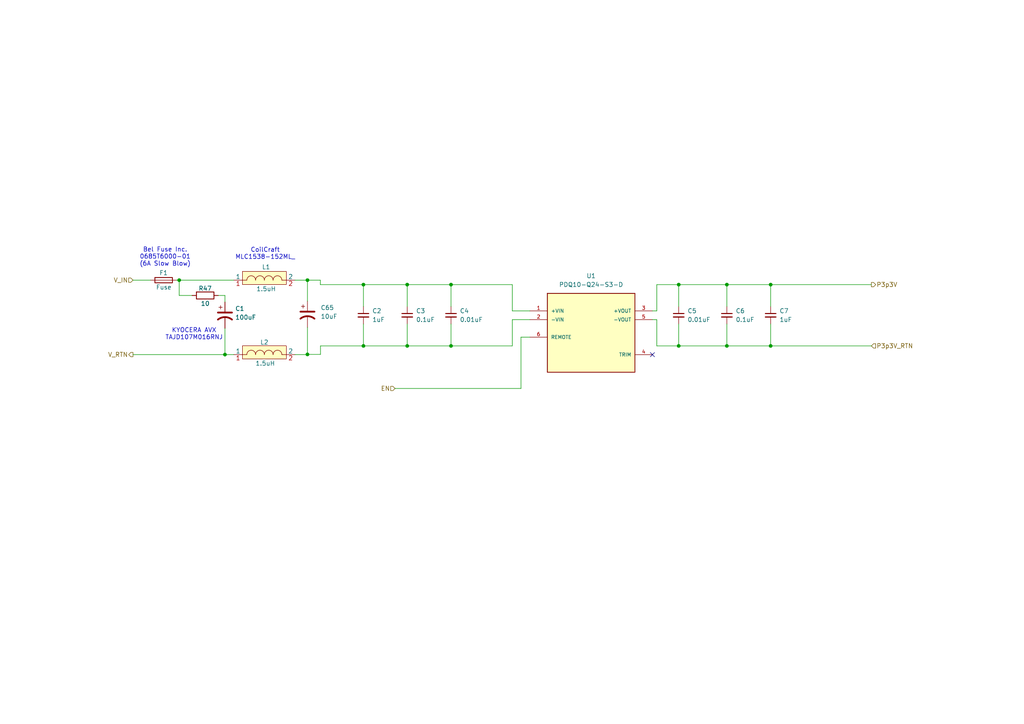
<source format=kicad_sch>
(kicad_sch
	(version 20250114)
	(generator "eeschema")
	(generator_version "9.0")
	(uuid "6bd2c34a-076b-423d-ba57-8a8ac1dfeb4e")
	(paper "A4")
	(lib_symbols
		(symbol "CUI:PDQ10-Q24-S3-D"
			(pin_names
				(offset 1.016)
			)
			(exclude_from_sim no)
			(in_bom yes)
			(on_board yes)
			(property "Reference" "U"
				(at -12.725 10.1799 0)
				(effects
					(font
						(size 1.27 1.27)
					)
					(justify left bottom)
				)
			)
			(property "Value" "PDQ10-Q24-S3-D"
				(at -12.7248 -15.2698 0)
				(effects
					(font
						(size 1.27 1.27)
					)
					(justify left bottom)
				)
			)
			(property "Footprint" "PDQ10-Q24-S3-D:CONV_PDQ10-Q24-S3-D"
				(at 0 0 0)
				(effects
					(font
						(size 1.27 1.27)
					)
					(justify bottom)
					(hide yes)
				)
			)
			(property "Datasheet" ""
				(at 0 0 0)
				(effects
					(font
						(size 1.27 1.27)
					)
					(hide yes)
				)
			)
			(property "Description" ""
				(at 0 0 0)
				(effects
					(font
						(size 1.27 1.27)
					)
					(hide yes)
				)
			)
			(property "MF" "CUI Inc."
				(at 0 0 0)
				(effects
					(font
						(size 1.27 1.27)
					)
					(justify bottom)
					(hide yes)
				)
			)
			(property "Description_1" "10 W, 4:1 Input Range, Single/Dual Regulated Output, 1500 Vdc Isolation, Dc-Dc Converter"
				(at 0 0 0)
				(effects
					(font
						(size 1.27 1.27)
					)
					(justify bottom)
					(hide yes)
				)
			)
			(property "Package" "DIP-6 CUI"
				(at 0 0 0)
				(effects
					(font
						(size 1.27 1.27)
					)
					(justify bottom)
					(hide yes)
				)
			)
			(property "Price" "None"
				(at 0 0 0)
				(effects
					(font
						(size 1.27 1.27)
					)
					(justify bottom)
					(hide yes)
				)
			)
			(property "Check_prices" "https://www.snapeda.com/parts/PDQ10-Q24-S3-D/CUI/view-part/?ref=eda"
				(at 0 0 0)
				(effects
					(font
						(size 1.27 1.27)
					)
					(justify bottom)
					(hide yes)
				)
			)
			(property "STANDARD" "Manufacturer Recommendations"
				(at 0 0 0)
				(effects
					(font
						(size 1.27 1.27)
					)
					(justify bottom)
					(hide yes)
				)
			)
			(property "PARTREV" "1.0"
				(at 0 0 0)
				(effects
					(font
						(size 1.27 1.27)
					)
					(justify bottom)
					(hide yes)
				)
			)
			(property "SnapEDA_Link" "https://www.snapeda.com/parts/PDQ10-Q24-S3-D/CUI/view-part/?ref=snap"
				(at 0 0 0)
				(effects
					(font
						(size 1.27 1.27)
					)
					(justify bottom)
					(hide yes)
				)
			)
			(property "MP" "PDQ10-Q24-S3-D"
				(at 0 0 0)
				(effects
					(font
						(size 1.27 1.27)
					)
					(justify bottom)
					(hide yes)
				)
			)
			(property "CUI_purchase_URL" "https://www.cui.com/product/dc-dc-converters/isolated/pdq10-d-series?utm_source=snapeda.com&utm_medium=referral&utm_campaign=snapedaBOM"
				(at 0 0 0)
				(effects
					(font
						(size 1.27 1.27)
					)
					(justify bottom)
					(hide yes)
				)
			)
			(property "Availability" "In Stock"
				(at 0 0 0)
				(effects
					(font
						(size 1.27 1.27)
					)
					(justify bottom)
					(hide yes)
				)
			)
			(property "MANUFACTURER" "CUI Inc"
				(at 0 0 0)
				(effects
					(font
						(size 1.27 1.27)
					)
					(justify bottom)
					(hide yes)
				)
			)
			(symbol "PDQ10-Q24-S3-D_0_0"
				(rectangle
					(start -12.7 -12.7)
					(end 12.7 10.16)
					(stroke
						(width 0.254)
						(type default)
					)
					(fill
						(type background)
					)
				)
				(pin input line
					(at -17.78 5.08 0)
					(length 5.08)
					(name "+VIN"
						(effects
							(font
								(size 1.016 1.016)
							)
						)
					)
					(number "1"
						(effects
							(font
								(size 1.016 1.016)
							)
						)
					)
				)
				(pin input line
					(at -17.78 2.54 0)
					(length 5.08)
					(name "-VIN"
						(effects
							(font
								(size 1.016 1.016)
							)
						)
					)
					(number "2"
						(effects
							(font
								(size 1.016 1.016)
							)
						)
					)
				)
				(pin input line
					(at -17.78 -2.54 0)
					(length 5.08)
					(name "REMOTE"
						(effects
							(font
								(size 1.016 1.016)
							)
						)
					)
					(number "6"
						(effects
							(font
								(size 1.016 1.016)
							)
						)
					)
				)
				(pin output line
					(at 17.78 5.08 180)
					(length 5.08)
					(name "+VOUT"
						(effects
							(font
								(size 1.016 1.016)
							)
						)
					)
					(number "3"
						(effects
							(font
								(size 1.016 1.016)
							)
						)
					)
				)
				(pin output line
					(at 17.78 2.54 180)
					(length 5.08)
					(name "-VOUT"
						(effects
							(font
								(size 1.016 1.016)
							)
						)
					)
					(number "5"
						(effects
							(font
								(size 1.016 1.016)
							)
						)
					)
				)
				(pin passive line
					(at 17.78 -7.62 180)
					(length 5.08)
					(name "TRIM"
						(effects
							(font
								(size 1.016 1.016)
							)
						)
					)
					(number "4"
						(effects
							(font
								(size 1.016 1.016)
							)
						)
					)
				)
			)
			(embedded_fonts no)
		)
		(symbol "CoilCraft:MLC7542"
			(pin_names
				(offset 0)
			)
			(exclude_from_sim no)
			(in_bom yes)
			(on_board yes)
			(property "Reference" "L"
				(at 5.334 3.81 0)
				(effects
					(font
						(size 1.27 1.27)
					)
				)
			)
			(property "Value" ""
				(at 6.35 3.302 0)
				(effects
					(font
						(size 1.27 1.27)
					)
				)
			)
			(property "Footprint" ""
				(at 6.35 3.302 0)
				(effects
					(font
						(size 1.27 1.27)
					)
					(hide yes)
				)
			)
			(property "Datasheet" ""
				(at 6.35 3.302 0)
				(effects
					(font
						(size 1.27 1.27)
					)
					(hide yes)
				)
			)
			(property "Description" ""
				(at 6.35 3.302 0)
				(effects
					(font
						(size 1.27 1.27)
					)
					(hide yes)
				)
			)
			(symbol "MLC7542_0_1"
				(arc
					(start 1.27 0)
					(mid 1.642 0.898)
					(end 2.54 1.27)
					(stroke
						(width 0)
						(type default)
					)
					(fill
						(type none)
					)
				)
				(arc
					(start 2.54 1.27)
					(mid 3.438 0.898)
					(end 3.81 0)
					(stroke
						(width 0)
						(type default)
					)
					(fill
						(type none)
					)
				)
				(arc
					(start 3.81 0)
					(mid 4.182 0.898)
					(end 5.08 1.27)
					(stroke
						(width 0)
						(type default)
					)
					(fill
						(type none)
					)
				)
				(arc
					(start 5.08 1.27)
					(mid 5.978 0.898)
					(end 6.35 0)
					(stroke
						(width 0)
						(type default)
					)
					(fill
						(type none)
					)
				)
				(arc
					(start 6.35 0)
					(mid 6.722 0.898)
					(end 7.62 1.27)
					(stroke
						(width 0)
						(type default)
					)
					(fill
						(type none)
					)
				)
				(arc
					(start 7.62 1.27)
					(mid 8.518 0.898)
					(end 8.89 0)
					(stroke
						(width 0)
						(type default)
					)
					(fill
						(type none)
					)
				)
				(arc
					(start 8.89 0)
					(mid 9.262 0.898)
					(end 10.16 1.27)
					(stroke
						(width 0)
						(type default)
					)
					(fill
						(type none)
					)
				)
				(arc
					(start 10.16 1.27)
					(mid 11.058 0.898)
					(end 11.43 0)
					(stroke
						(width 0)
						(type default)
					)
					(fill
						(type none)
					)
				)
			)
			(symbol "MLC7542_1_1"
				(rectangle
					(start 0 2.54)
					(end 12.7 -1.27)
					(stroke
						(width 0)
						(type default)
					)
					(fill
						(type background)
					)
				)
				(polyline
					(pts
						(xy 1.27 0) (xy 0 0)
					)
					(stroke
						(width 0)
						(type default)
					)
					(fill
						(type none)
					)
				)
				(polyline
					(pts
						(xy 11.43 0) (xy 12.7 0)
					)
					(stroke
						(width 0)
						(type default)
					)
					(fill
						(type none)
					)
				)
				(pin bidirectional line
					(at -2.54 0 0)
					(length 2.54)
					(name "1"
						(effects
							(font
								(size 1.27 1.27)
							)
						)
					)
					(number "1"
						(effects
							(font
								(size 1.27 1.27)
							)
						)
					)
				)
				(pin bidirectional line
					(at 15.24 0 180)
					(length 2.54)
					(name "2"
						(effects
							(font
								(size 1.27 1.27)
							)
						)
					)
					(number "2"
						(effects
							(font
								(size 1.27 1.27)
							)
						)
					)
				)
			)
			(embedded_fonts no)
		)
		(symbol "Device:C_Polarized_US"
			(pin_numbers
				(hide yes)
			)
			(pin_names
				(offset 0.254)
				(hide yes)
			)
			(exclude_from_sim no)
			(in_bom yes)
			(on_board yes)
			(property "Reference" "C"
				(at 0.635 2.54 0)
				(effects
					(font
						(size 1.27 1.27)
					)
					(justify left)
				)
			)
			(property "Value" "C_Polarized_US"
				(at 0.635 -2.54 0)
				(effects
					(font
						(size 1.27 1.27)
					)
					(justify left)
				)
			)
			(property "Footprint" ""
				(at 0 0 0)
				(effects
					(font
						(size 1.27 1.27)
					)
					(hide yes)
				)
			)
			(property "Datasheet" "~"
				(at 0 0 0)
				(effects
					(font
						(size 1.27 1.27)
					)
					(hide yes)
				)
			)
			(property "Description" "Polarized capacitor, US symbol"
				(at 0 0 0)
				(effects
					(font
						(size 1.27 1.27)
					)
					(hide yes)
				)
			)
			(property "ki_keywords" "cap capacitor"
				(at 0 0 0)
				(effects
					(font
						(size 1.27 1.27)
					)
					(hide yes)
				)
			)
			(property "ki_fp_filters" "CP_*"
				(at 0 0 0)
				(effects
					(font
						(size 1.27 1.27)
					)
					(hide yes)
				)
			)
			(symbol "C_Polarized_US_0_1"
				(polyline
					(pts
						(xy -2.032 0.762) (xy 2.032 0.762)
					)
					(stroke
						(width 0.508)
						(type default)
					)
					(fill
						(type none)
					)
				)
				(polyline
					(pts
						(xy -1.778 2.286) (xy -0.762 2.286)
					)
					(stroke
						(width 0)
						(type default)
					)
					(fill
						(type none)
					)
				)
				(polyline
					(pts
						(xy -1.27 1.778) (xy -1.27 2.794)
					)
					(stroke
						(width 0)
						(type default)
					)
					(fill
						(type none)
					)
				)
				(arc
					(start -2.032 -1.27)
					(mid 0 -0.5572)
					(end 2.032 -1.27)
					(stroke
						(width 0.508)
						(type default)
					)
					(fill
						(type none)
					)
				)
			)
			(symbol "C_Polarized_US_1_1"
				(pin passive line
					(at 0 3.81 270)
					(length 2.794)
					(name "~"
						(effects
							(font
								(size 1.27 1.27)
							)
						)
					)
					(number "1"
						(effects
							(font
								(size 1.27 1.27)
							)
						)
					)
				)
				(pin passive line
					(at 0 -3.81 90)
					(length 3.302)
					(name "~"
						(effects
							(font
								(size 1.27 1.27)
							)
						)
					)
					(number "2"
						(effects
							(font
								(size 1.27 1.27)
							)
						)
					)
				)
			)
			(embedded_fonts no)
		)
		(symbol "Device:C_Small"
			(pin_numbers
				(hide yes)
			)
			(pin_names
				(offset 0.254)
				(hide yes)
			)
			(exclude_from_sim no)
			(in_bom yes)
			(on_board yes)
			(property "Reference" "C"
				(at 0.254 1.778 0)
				(effects
					(font
						(size 1.27 1.27)
					)
					(justify left)
				)
			)
			(property "Value" "C_Small"
				(at 0.254 -2.032 0)
				(effects
					(font
						(size 1.27 1.27)
					)
					(justify left)
				)
			)
			(property "Footprint" ""
				(at 0 0 0)
				(effects
					(font
						(size 1.27 1.27)
					)
					(hide yes)
				)
			)
			(property "Datasheet" "~"
				(at 0 0 0)
				(effects
					(font
						(size 1.27 1.27)
					)
					(hide yes)
				)
			)
			(property "Description" "Unpolarized capacitor, small symbol"
				(at 0 0 0)
				(effects
					(font
						(size 1.27 1.27)
					)
					(hide yes)
				)
			)
			(property "ki_keywords" "capacitor cap"
				(at 0 0 0)
				(effects
					(font
						(size 1.27 1.27)
					)
					(hide yes)
				)
			)
			(property "ki_fp_filters" "C_*"
				(at 0 0 0)
				(effects
					(font
						(size 1.27 1.27)
					)
					(hide yes)
				)
			)
			(symbol "C_Small_0_1"
				(polyline
					(pts
						(xy -1.524 0.508) (xy 1.524 0.508)
					)
					(stroke
						(width 0.3048)
						(type default)
					)
					(fill
						(type none)
					)
				)
				(polyline
					(pts
						(xy -1.524 -0.508) (xy 1.524 -0.508)
					)
					(stroke
						(width 0.3302)
						(type default)
					)
					(fill
						(type none)
					)
				)
			)
			(symbol "C_Small_1_1"
				(pin passive line
					(at 0 2.54 270)
					(length 2.032)
					(name "~"
						(effects
							(font
								(size 1.27 1.27)
							)
						)
					)
					(number "1"
						(effects
							(font
								(size 1.27 1.27)
							)
						)
					)
				)
				(pin passive line
					(at 0 -2.54 90)
					(length 2.032)
					(name "~"
						(effects
							(font
								(size 1.27 1.27)
							)
						)
					)
					(number "2"
						(effects
							(font
								(size 1.27 1.27)
							)
						)
					)
				)
			)
			(embedded_fonts no)
		)
		(symbol "Device:Fuse"
			(pin_numbers
				(hide yes)
			)
			(pin_names
				(offset 0)
			)
			(exclude_from_sim no)
			(in_bom yes)
			(on_board yes)
			(property "Reference" "F"
				(at 2.032 0 90)
				(effects
					(font
						(size 1.27 1.27)
					)
				)
			)
			(property "Value" "Fuse"
				(at -1.905 0 90)
				(effects
					(font
						(size 1.27 1.27)
					)
				)
			)
			(property "Footprint" ""
				(at -1.778 0 90)
				(effects
					(font
						(size 1.27 1.27)
					)
					(hide yes)
				)
			)
			(property "Datasheet" "~"
				(at 0 0 0)
				(effects
					(font
						(size 1.27 1.27)
					)
					(hide yes)
				)
			)
			(property "Description" "Fuse"
				(at 0 0 0)
				(effects
					(font
						(size 1.27 1.27)
					)
					(hide yes)
				)
			)
			(property "ki_keywords" "fuse"
				(at 0 0 0)
				(effects
					(font
						(size 1.27 1.27)
					)
					(hide yes)
				)
			)
			(property "ki_fp_filters" "*Fuse*"
				(at 0 0 0)
				(effects
					(font
						(size 1.27 1.27)
					)
					(hide yes)
				)
			)
			(symbol "Fuse_0_1"
				(rectangle
					(start -0.762 -2.54)
					(end 0.762 2.54)
					(stroke
						(width 0.254)
						(type default)
					)
					(fill
						(type none)
					)
				)
				(polyline
					(pts
						(xy 0 2.54) (xy 0 -2.54)
					)
					(stroke
						(width 0)
						(type default)
					)
					(fill
						(type none)
					)
				)
			)
			(symbol "Fuse_1_1"
				(pin passive line
					(at 0 3.81 270)
					(length 1.27)
					(name "~"
						(effects
							(font
								(size 1.27 1.27)
							)
						)
					)
					(number "1"
						(effects
							(font
								(size 1.27 1.27)
							)
						)
					)
				)
				(pin passive line
					(at 0 -3.81 90)
					(length 1.27)
					(name "~"
						(effects
							(font
								(size 1.27 1.27)
							)
						)
					)
					(number "2"
						(effects
							(font
								(size 1.27 1.27)
							)
						)
					)
				)
			)
			(embedded_fonts no)
		)
		(symbol "Device:R"
			(pin_numbers
				(hide yes)
			)
			(pin_names
				(offset 0)
			)
			(exclude_from_sim no)
			(in_bom yes)
			(on_board yes)
			(property "Reference" "R"
				(at 2.032 0 90)
				(effects
					(font
						(size 1.27 1.27)
					)
				)
			)
			(property "Value" "R"
				(at 0 0 90)
				(effects
					(font
						(size 1.27 1.27)
					)
				)
			)
			(property "Footprint" ""
				(at -1.778 0 90)
				(effects
					(font
						(size 1.27 1.27)
					)
					(hide yes)
				)
			)
			(property "Datasheet" "~"
				(at 0 0 0)
				(effects
					(font
						(size 1.27 1.27)
					)
					(hide yes)
				)
			)
			(property "Description" "Resistor"
				(at 0 0 0)
				(effects
					(font
						(size 1.27 1.27)
					)
					(hide yes)
				)
			)
			(property "ki_keywords" "R res resistor"
				(at 0 0 0)
				(effects
					(font
						(size 1.27 1.27)
					)
					(hide yes)
				)
			)
			(property "ki_fp_filters" "R_*"
				(at 0 0 0)
				(effects
					(font
						(size 1.27 1.27)
					)
					(hide yes)
				)
			)
			(symbol "R_0_1"
				(rectangle
					(start -1.016 -2.54)
					(end 1.016 2.54)
					(stroke
						(width 0.254)
						(type default)
					)
					(fill
						(type none)
					)
				)
			)
			(symbol "R_1_1"
				(pin passive line
					(at 0 3.81 270)
					(length 1.27)
					(name "~"
						(effects
							(font
								(size 1.27 1.27)
							)
						)
					)
					(number "1"
						(effects
							(font
								(size 1.27 1.27)
							)
						)
					)
				)
				(pin passive line
					(at 0 -3.81 90)
					(length 1.27)
					(name "~"
						(effects
							(font
								(size 1.27 1.27)
							)
						)
					)
					(number "2"
						(effects
							(font
								(size 1.27 1.27)
							)
						)
					)
				)
			)
			(embedded_fonts no)
		)
	)
	(text "KYOCERA AVX\nTAJD107M016RNJ"
		(exclude_from_sim no)
		(at 56.298 96.9531 0)
		(effects
			(font
				(size 1.27 1.27)
			)
		)
		(uuid "79160eeb-2a65-40ec-b506-d49be88c5293")
	)
	(text "Bel Fuse Inc.\n0685T6000-01\n(6A Slow Blow)"
		(exclude_from_sim no)
		(at 47.9072 74.5777 0)
		(effects
			(font
				(size 1.27 1.27)
			)
		)
		(uuid "9668388f-957c-4d03-b848-671d2bd71a1c")
	)
	(text "CoilCraft\nMLC1538-152ML_"
		(exclude_from_sim no)
		(at 76.929 73.6361 0)
		(effects
			(font
				(size 1.27 1.27)
			)
		)
		(uuid "c7a1956a-77c1-4f61-9e3f-4faa54b9efa2")
	)
	(junction
		(at 89.1728 102.7952)
		(diameter 0)
		(color 0 0 0 0)
		(uuid "0ca82482-b8b3-4dbe-9a2a-5ebc7785cddb")
	)
	(junction
		(at 118.11 82.55)
		(diameter 0)
		(color 0 0 0 0)
		(uuid "0d7bb474-e192-430e-a169-dc7a52a5c926")
	)
	(junction
		(at 196.85 100.33)
		(diameter 0)
		(color 0 0 0 0)
		(uuid "1103542b-5bf1-40a9-8fe1-1fa4f6a321de")
	)
	(junction
		(at 130.81 100.33)
		(diameter 0)
		(color 0 0 0 0)
		(uuid "1526ee6c-4f17-44be-a374-4585b6c289cc")
	)
	(junction
		(at 223.52 82.55)
		(diameter 0)
		(color 0 0 0 0)
		(uuid "34e30729-b89d-4742-a57a-ef6021f78d48")
	)
	(junction
		(at 51.9753 81.2561)
		(diameter 0)
		(color 0 0 0 0)
		(uuid "3887237e-3f9a-4f7a-93f9-6fbd23278e07")
	)
	(junction
		(at 210.82 100.33)
		(diameter 0)
		(color 0 0 0 0)
		(uuid "3f610169-bcdf-49f9-a9c4-8198d574f52a")
	)
	(junction
		(at 105.41 100.33)
		(diameter 0)
		(color 0 0 0 0)
		(uuid "5c2e01ff-1e83-4290-9530-061e87c6abec")
	)
	(junction
		(at 196.85 82.55)
		(diameter 0)
		(color 0 0 0 0)
		(uuid "601c3658-70c9-4e26-8d02-ece9238a6166")
	)
	(junction
		(at 65.245 102.8461)
		(diameter 0)
		(color 0 0 0 0)
		(uuid "65f8f4e9-a89c-4e72-91b6-a6fd53c0e486")
	)
	(junction
		(at 89.1728 81.2561)
		(diameter 0)
		(color 0 0 0 0)
		(uuid "69595aef-7444-43ee-b08e-bf96242cae01")
	)
	(junction
		(at 210.82 82.55)
		(diameter 0)
		(color 0 0 0 0)
		(uuid "8659681b-589b-4537-8541-b2900eeeaa34")
	)
	(junction
		(at 223.52 100.33)
		(diameter 0)
		(color 0 0 0 0)
		(uuid "8d60b59b-7945-4ccc-a920-147608bf90d8")
	)
	(junction
		(at 105.41 82.55)
		(diameter 0)
		(color 0 0 0 0)
		(uuid "9882dfcc-4dab-4e03-a4d8-992b4fa9cf36")
	)
	(junction
		(at 118.11 100.33)
		(diameter 0)
		(color 0 0 0 0)
		(uuid "ce876ddf-e9d5-4e2f-8f11-856144138d1f")
	)
	(junction
		(at 130.81 82.55)
		(diameter 0)
		(color 0 0 0 0)
		(uuid "d2536f87-3c9b-4577-a178-8d2b42b45eca")
	)
	(no_connect
		(at 189.23 102.87)
		(uuid "71996fee-6a62-4d01-8069-77b4c2a85eef")
	)
	(wire
		(pts
			(xy 51.9753 85.6953) (xy 51.9753 81.2561)
		)
		(stroke
			(width 0)
			(type default)
		)
		(uuid "01a509c3-7212-45c8-9da5-25e674caa4c8")
	)
	(wire
		(pts
			(xy 65.245 102.8461) (xy 67.785 102.8461)
		)
		(stroke
			(width 0)
			(type default)
		)
		(uuid "03540f3b-2ca1-4664-8dfe-cbe79d515fbb")
	)
	(wire
		(pts
			(xy 118.11 82.55) (xy 130.81 82.55)
		)
		(stroke
			(width 0)
			(type default)
		)
		(uuid "0723753f-186c-49ac-8e7a-632fe60dedc5")
	)
	(wire
		(pts
			(xy 130.81 82.55) (xy 130.81 88.9)
		)
		(stroke
			(width 0)
			(type default)
		)
		(uuid "0c8f0563-ed69-4c6f-8f2f-4b6b07d2b429")
	)
	(wire
		(pts
			(xy 92.9573 100.33) (xy 92.9573 102.7952)
		)
		(stroke
			(width 0)
			(type default)
		)
		(uuid "117249f5-12b4-464b-81a7-c1324afaf7a7")
	)
	(wire
		(pts
			(xy 89.1728 94.9652) (xy 89.1728 102.7952)
		)
		(stroke
			(width 0)
			(type default)
		)
		(uuid "1766d2b2-6786-4712-8717-63343aa33818")
	)
	(wire
		(pts
			(xy 148.59 100.33) (xy 148.59 92.71)
		)
		(stroke
			(width 0)
			(type default)
		)
		(uuid "18e14415-bbe7-4198-b2c8-1bd6972a7fe9")
	)
	(wire
		(pts
			(xy 190.5 82.55) (xy 196.85 82.55)
		)
		(stroke
			(width 0)
			(type default)
		)
		(uuid "205963e4-d25f-4b2d-8d9a-6ea0b6acabac")
	)
	(wire
		(pts
			(xy 148.59 92.71) (xy 153.67 92.71)
		)
		(stroke
			(width 0)
			(type default)
		)
		(uuid "33c65e0f-3aa5-47f5-9418-dddf8d67a4b3")
	)
	(wire
		(pts
			(xy 190.5 92.71) (xy 189.23 92.71)
		)
		(stroke
			(width 0)
			(type default)
		)
		(uuid "36245c96-4af0-44d2-89a3-e1217bdbff69")
	)
	(wire
		(pts
			(xy 92.9573 102.7952) (xy 89.1728 102.7952)
		)
		(stroke
			(width 0)
			(type default)
		)
		(uuid "3640f93e-8e99-4e93-8ff6-6e08f832aeb2")
	)
	(wire
		(pts
			(xy 196.85 100.33) (xy 210.82 100.33)
		)
		(stroke
			(width 0)
			(type default)
		)
		(uuid "374462e5-ef57-48c4-b96a-8cbde1b35731")
	)
	(wire
		(pts
			(xy 148.59 90.17) (xy 153.67 90.17)
		)
		(stroke
			(width 0)
			(type default)
		)
		(uuid "37d887c0-335e-4f7c-b985-cf8e2f85bd89")
	)
	(wire
		(pts
			(xy 118.11 93.98) (xy 118.11 100.33)
		)
		(stroke
			(width 0)
			(type default)
		)
		(uuid "3b0d21b2-5c68-4572-b7eb-9f4998ac5c71")
	)
	(wire
		(pts
			(xy 190.5 100.33) (xy 196.85 100.33)
		)
		(stroke
			(width 0)
			(type default)
		)
		(uuid "3cc2e253-7ea3-486e-8f06-57fd6eb89478")
	)
	(wire
		(pts
			(xy 210.82 82.55) (xy 223.52 82.55)
		)
		(stroke
			(width 0)
			(type default)
		)
		(uuid "3ffd77b9-823e-44f2-ac86-4e91e8ad863d")
	)
	(wire
		(pts
			(xy 223.52 100.33) (xy 252.73 100.33)
		)
		(stroke
			(width 0)
			(type default)
		)
		(uuid "400d5253-651f-4b75-8d4f-c5010224220e")
	)
	(wire
		(pts
			(xy 89.1728 87.3452) (xy 89.1728 81.2561)
		)
		(stroke
			(width 0)
			(type default)
		)
		(uuid "41a4e7d4-56d8-48dd-90e4-e4bf28bc6889")
	)
	(wire
		(pts
			(xy 196.85 93.98) (xy 196.85 100.33)
		)
		(stroke
			(width 0)
			(type default)
		)
		(uuid "47b75b38-5de8-432b-ba70-51de67afc784")
	)
	(wire
		(pts
			(xy 51.9753 81.2561) (xy 67.785 81.2561)
		)
		(stroke
			(width 0)
			(type default)
		)
		(uuid "604385d2-b76f-4c36-b694-d7ae727d83a1")
	)
	(wire
		(pts
			(xy 196.85 82.55) (xy 196.85 88.9)
		)
		(stroke
			(width 0)
			(type default)
		)
		(uuid "67f751f7-a6b7-41c4-9f93-fc9902e5228b")
	)
	(wire
		(pts
			(xy 89.1728 102.7952) (xy 89.1728 102.8461)
		)
		(stroke
			(width 0)
			(type default)
		)
		(uuid "68d09df2-85f8-463e-b228-47335109944a")
	)
	(wire
		(pts
			(xy 92.9573 100.33) (xy 105.41 100.33)
		)
		(stroke
			(width 0)
			(type default)
		)
		(uuid "741385da-0ac3-46b9-9cbc-851d26e6e535")
	)
	(wire
		(pts
			(xy 153.67 97.79) (xy 151.1076 97.79)
		)
		(stroke
			(width 0)
			(type default)
		)
		(uuid "760c2b9d-a544-46b3-95e7-345442b17bb6")
	)
	(wire
		(pts
			(xy 114.5805 112.6703) (xy 151.1076 112.6703)
		)
		(stroke
			(width 0)
			(type default)
		)
		(uuid "773ff8d8-b332-489a-a105-1f8278910c9a")
	)
	(wire
		(pts
			(xy 130.81 82.55) (xy 148.59 82.55)
		)
		(stroke
			(width 0)
			(type default)
		)
		(uuid "77d7d897-a620-41ad-ba4a-4ea1af4fb6b0")
	)
	(wire
		(pts
			(xy 151.1076 97.79) (xy 151.1076 112.6703)
		)
		(stroke
			(width 0)
			(type default)
		)
		(uuid "77ff94f0-bffb-4898-965b-f8239c1fcaa4")
	)
	(wire
		(pts
			(xy 63.3174 85.6953) (xy 65.245 85.6953)
		)
		(stroke
			(width 0)
			(type default)
		)
		(uuid "793d187b-bd55-430b-a41b-66f595cebd87")
	)
	(wire
		(pts
			(xy 105.41 100.33) (xy 105.41 93.98)
		)
		(stroke
			(width 0)
			(type default)
		)
		(uuid "8829568e-d85a-4398-91c0-79b9d94b967a")
	)
	(wire
		(pts
			(xy 210.82 82.55) (xy 210.82 88.9)
		)
		(stroke
			(width 0)
			(type default)
		)
		(uuid "8a3153a6-a40d-4917-bcc3-2349dbee0be6")
	)
	(wire
		(pts
			(xy 105.41 82.55) (xy 118.11 82.55)
		)
		(stroke
			(width 0)
			(type default)
		)
		(uuid "90bc6d8f-5e69-4959-b544-d95b428cdaf5")
	)
	(wire
		(pts
			(xy 38.575 102.8461) (xy 65.245 102.8461)
		)
		(stroke
			(width 0)
			(type default)
		)
		(uuid "949a3350-e16b-4956-9aa5-4f0e3d4d3ef9")
	)
	(wire
		(pts
			(xy 89.1728 102.8461) (xy 85.565 102.8461)
		)
		(stroke
			(width 0)
			(type default)
		)
		(uuid "9d72b1a4-b878-4d2b-a9e6-f3d2122afd27")
	)
	(wire
		(pts
			(xy 92.9148 81.2561) (xy 89.1728 81.2561)
		)
		(stroke
			(width 0)
			(type default)
		)
		(uuid "a5dfa607-c597-44d0-bef5-2e9215bde4d5")
	)
	(wire
		(pts
			(xy 223.52 100.33) (xy 223.52 93.98)
		)
		(stroke
			(width 0)
			(type default)
		)
		(uuid "a6e9c15c-7b7d-4c4d-87f6-8aab0f8701ae")
	)
	(wire
		(pts
			(xy 92.9148 82.55) (xy 92.9148 81.2561)
		)
		(stroke
			(width 0)
			(type default)
		)
		(uuid "a77bfc29-db8b-4e0f-8ca4-f3015191d069")
	)
	(wire
		(pts
			(xy 65.245 95.2261) (xy 65.245 102.8461)
		)
		(stroke
			(width 0)
			(type default)
		)
		(uuid "af6d37a7-287f-4a8f-aa50-b9f98f869910")
	)
	(wire
		(pts
			(xy 196.85 82.55) (xy 210.82 82.55)
		)
		(stroke
			(width 0)
			(type default)
		)
		(uuid "b7075c2c-3433-474f-9ef4-c0c99c7fc338")
	)
	(wire
		(pts
			(xy 130.81 100.33) (xy 148.59 100.33)
		)
		(stroke
			(width 0)
			(type default)
		)
		(uuid "b7fbd5c4-4abe-4c8c-8e35-073e29a4a3eb")
	)
	(wire
		(pts
			(xy 89.1728 81.2561) (xy 85.565 81.2561)
		)
		(stroke
			(width 0)
			(type default)
		)
		(uuid "bf5b89f5-4e71-4734-bf3e-728852782210")
	)
	(wire
		(pts
			(xy 92.9148 82.55) (xy 105.41 82.55)
		)
		(stroke
			(width 0)
			(type default)
		)
		(uuid "c04a8986-115b-47a1-acf2-38102496d531")
	)
	(wire
		(pts
			(xy 130.81 100.33) (xy 118.11 100.33)
		)
		(stroke
			(width 0)
			(type default)
		)
		(uuid "c2406633-ee44-4d32-935d-4420ec00206c")
	)
	(wire
		(pts
			(xy 210.82 100.33) (xy 223.52 100.33)
		)
		(stroke
			(width 0)
			(type default)
		)
		(uuid "c3494cb4-f9ef-460d-ac83-cb0452fd94ba")
	)
	(wire
		(pts
			(xy 55.6974 85.6953) (xy 51.9753 85.6953)
		)
		(stroke
			(width 0)
			(type default)
		)
		(uuid "c6574594-35ee-4232-8147-292ef8384ddc")
	)
	(wire
		(pts
			(xy 118.11 100.33) (xy 105.41 100.33)
		)
		(stroke
			(width 0)
			(type default)
		)
		(uuid "c7edd0b2-7004-4578-85db-82f650cdad8e")
	)
	(wire
		(pts
			(xy 65.245 85.6953) (xy 65.245 87.6061)
		)
		(stroke
			(width 0)
			(type default)
		)
		(uuid "cc664613-1251-4250-acd5-19c7f3bc92ad")
	)
	(wire
		(pts
			(xy 210.82 93.98) (xy 210.82 100.33)
		)
		(stroke
			(width 0)
			(type default)
		)
		(uuid "d2214d0e-b2a1-4dab-b8bc-d2c66cd7ceda")
	)
	(wire
		(pts
			(xy 118.11 82.55) (xy 118.11 88.9)
		)
		(stroke
			(width 0)
			(type default)
		)
		(uuid "d6f119e4-3d8d-45fa-ba8a-e69b7626f3dc")
	)
	(wire
		(pts
			(xy 223.52 82.55) (xy 223.52 88.9)
		)
		(stroke
			(width 0)
			(type default)
		)
		(uuid "da1fe17a-7d9f-4799-9a69-ccb04dabcf2e")
	)
	(wire
		(pts
			(xy 190.5 90.17) (xy 190.5 82.55)
		)
		(stroke
			(width 0)
			(type default)
		)
		(uuid "e26a34ac-0c21-4f91-8729-239a6162b8c5")
	)
	(wire
		(pts
			(xy 38.575 81.2561) (xy 43.655 81.2561)
		)
		(stroke
			(width 0)
			(type default)
		)
		(uuid "e342b1b3-4947-4a71-aac4-527e81e70b81")
	)
	(wire
		(pts
			(xy 190.5 90.17) (xy 189.23 90.17)
		)
		(stroke
			(width 0)
			(type default)
		)
		(uuid "e5b2d951-ec9c-40aa-b01b-863a1628bcad")
	)
	(wire
		(pts
			(xy 51.275 81.2561) (xy 51.9753 81.2561)
		)
		(stroke
			(width 0)
			(type default)
		)
		(uuid "e865df9c-cffb-4ed6-8a03-0a1832a30d3f")
	)
	(wire
		(pts
			(xy 105.41 88.9) (xy 105.41 82.55)
		)
		(stroke
			(width 0)
			(type default)
		)
		(uuid "f15e0d2e-33d4-402e-ae71-02c7d5886506")
	)
	(wire
		(pts
			(xy 223.52 82.55) (xy 252.73 82.55)
		)
		(stroke
			(width 0)
			(type default)
		)
		(uuid "f38a2aa4-4605-4e62-8ffc-5ce14b5d1496")
	)
	(wire
		(pts
			(xy 130.81 93.98) (xy 130.81 100.33)
		)
		(stroke
			(width 0)
			(type default)
		)
		(uuid "f6a0d3f3-3910-4867-be4c-5bc8ce108acb")
	)
	(wire
		(pts
			(xy 190.5 92.71) (xy 190.5 100.33)
		)
		(stroke
			(width 0)
			(type default)
		)
		(uuid "fbcb9b8c-4839-45a8-8310-67917aac6deb")
	)
	(wire
		(pts
			(xy 148.59 82.55) (xy 148.59 90.17)
		)
		(stroke
			(width 0)
			(type default)
		)
		(uuid "fd869b3d-0681-42f3-8758-a553946795cf")
	)
	(hierarchical_label "V_RTN"
		(shape output)
		(at 38.575 102.8461 180)
		(effects
			(font
				(size 1.27 1.27)
			)
			(justify right)
		)
		(uuid "0f7b5b8f-e81c-4026-9ab4-ea8acf417376")
	)
	(hierarchical_label "P3p3V_RTN"
		(shape input)
		(at 252.73 100.33 0)
		(effects
			(font
				(size 1.27 1.27)
			)
			(justify left)
		)
		(uuid "309b98a2-4651-494e-b6eb-e7fe92f76778")
	)
	(hierarchical_label "EN"
		(shape input)
		(at 114.5805 112.6703 180)
		(effects
			(font
				(size 1.27 1.27)
			)
			(justify right)
		)
		(uuid "4fe14f0c-e639-41d6-b566-b3f93f0dc005")
	)
	(hierarchical_label "P3p3V"
		(shape output)
		(at 252.73 82.55 0)
		(effects
			(font
				(size 1.27 1.27)
			)
			(justify left)
		)
		(uuid "52135eea-071f-4267-bfad-bceb82ff3afe")
	)
	(hierarchical_label "V_IN"
		(shape input)
		(at 38.575 81.2561 180)
		(effects
			(font
				(size 1.27 1.27)
			)
			(justify right)
		)
		(uuid "fd021c9b-ca6b-4cb2-954d-2c48c235f6e4")
	)
	(symbol
		(lib_id "Device:C_Small")
		(at 223.52 91.44 0)
		(unit 1)
		(exclude_from_sim no)
		(in_bom yes)
		(on_board yes)
		(dnp no)
		(fields_autoplaced yes)
		(uuid "0c92ffc3-9987-4e90-b352-23fe395c744b")
		(property "Reference" "C7"
			(at 226.06 90.1762 0)
			(effects
				(font
					(size 1.27 1.27)
				)
				(justify left)
			)
		)
		(property "Value" "1uF"
			(at 226.06 92.7162 0)
			(effects
				(font
					(size 1.27 1.27)
				)
				(justify left)
			)
		)
		(property "Footprint" "Capacitor_SMD:C_0603_1608Metric"
			(at 223.52 91.44 0)
			(effects
				(font
					(size 1.27 1.27)
				)
				(hide yes)
			)
		)
		(property "Datasheet" "~"
			(at 223.52 91.44 0)
			(effects
				(font
					(size 1.27 1.27)
				)
				(hide yes)
			)
		)
		(property "Description" "1 µF ±10% 16V Ceramic Capacitor X7R 0603 (1608 Metric)"
			(at 223.52 91.44 0)
			(effects
				(font
					(size 1.27 1.27)
				)
				(hide yes)
			)
		)
		(property "Dist. Part Num" "1276-1019-1-ND"
			(at 223.52 91.44 0)
			(effects
				(font
					(size 1.27 1.27)
				)
				(hide yes)
			)
		)
		(property "Distributor" "Digi-Key"
			(at 223.52 91.44 0)
			(effects
				(font
					(size 1.27 1.27)
				)
				(hide yes)
			)
		)
		(property "Man. Part Num" "CL10B105KO8NNNC"
			(at 223.52 91.44 0)
			(effects
				(font
					(size 1.27 1.27)
				)
				(hide yes)
			)
		)
		(property "Manufacturer" "Samsung Electro-Mechanics"
			(at 223.52 91.44 0)
			(effects
				(font
					(size 1.27 1.27)
				)
				(hide yes)
			)
		)
		(property "Package" "0603 (1608 Metric)"
			(at 223.52 91.44 0)
			(effects
				(font
					(size 1.27 1.27)
				)
				(hide yes)
			)
		)
		(property "Part Type" "SMD"
			(at 223.52 91.44 0)
			(effects
				(font
					(size 1.27 1.27)
				)
				(hide yes)
			)
		)
		(pin "1"
			(uuid "6a6f9ed8-e748-4892-985b-864fe33a1f49")
		)
		(pin "2"
			(uuid "10dab7e1-6a80-48d7-8e05-ee416dd22b1f")
		)
		(instances
			(project "Shaper_PDU"
				(path "/38bcebbd-10a1-47e0-b943-f959cfcb45e4/12394696-6652-4217-8793-9f9fbce9d2f2/4035bb94-8aaf-4bff-ac26-6418d8df3c95"
					(reference "C7")
					(unit 1)
				)
				(path "/38bcebbd-10a1-47e0-b943-f959cfcb45e4/12394696-6652-4217-8793-9f9fbce9d2f2/e1a22faf-1814-4042-bb62-7a4bda1fba98"
					(reference "C14")
					(unit 1)
				)
			)
		)
	)
	(symbol
		(lib_id "Device:R")
		(at 59.5074 85.6953 90)
		(unit 1)
		(exclude_from_sim no)
		(in_bom yes)
		(on_board yes)
		(dnp no)
		(uuid "11707237-740d-407a-b10e-a0925a1b5a8f")
		(property "Reference" "R47"
			(at 59.5074 83.6774 90)
			(effects
				(font
					(size 1.27 1.27)
				)
			)
		)
		(property "Value" "10"
			(at 59.5309 88.0418 90)
			(effects
				(font
					(size 1.27 1.27)
				)
			)
		)
		(property "Footprint" "Resistor_SMD:R_0805_2012Metric"
			(at 59.5074 87.4733 90)
			(effects
				(font
					(size 1.27 1.27)
				)
				(hide yes)
			)
		)
		(property "Datasheet" "~"
			(at 59.5074 85.6953 0)
			(effects
				(font
					(size 1.27 1.27)
				)
				(hide yes)
			)
		)
		(property "Description" "10 Ohms ±1% 0.333W, 1/3W Chip Resistor 0805 (2012 Metric) Automotive AEC-Q200 Thick Film"
			(at 59.5074 85.6953 0)
			(effects
				(font
					(size 1.27 1.27)
				)
				(hide yes)
			)
		)
		(property "Distributor" "Digi-Key"
			(at 59.5074 85.6953 0)
			(effects
				(font
					(size 1.27 1.27)
				)
				(hide yes)
			)
		)
		(property "Package" "0805 (2012 Metric)"
			(at 59.5074 85.6953 0)
			(effects
				(font
					(size 1.27 1.27)
				)
				(hide yes)
			)
		)
		(property "Part Type" "SMD"
			(at 59.5074 85.6953 0)
			(effects
				(font
					(size 1.27 1.27)
				)
				(hide yes)
			)
		)
		(property "Dist. Part Num" "A126420CT-ND"
			(at 59.5074 85.6953 0)
			(effects
				(font
					(size 1.27 1.27)
				)
				(hide yes)
			)
		)
		(property "Man. Part Num" "CRGH0805F10R"
			(at 59.5074 85.6953 0)
			(effects
				(font
					(size 1.27 1.27)
				)
				(hide yes)
			)
		)
		(property "Manufacturer" "TE Connectivity Passive Product"
			(at 59.5074 85.6953 0)
			(effects
				(font
					(size 1.27 1.27)
				)
				(hide yes)
			)
		)
		(pin "1"
			(uuid "94824377-b5a2-4111-b894-23ed9e385c76")
		)
		(pin "2"
			(uuid "4425b3e5-fa81-469f-ba68-7c4c1f9cec54")
		)
		(instances
			(project "Shaper_PDU"
				(path "/38bcebbd-10a1-47e0-b943-f959cfcb45e4/12394696-6652-4217-8793-9f9fbce9d2f2/4035bb94-8aaf-4bff-ac26-6418d8df3c95"
					(reference "R47")
					(unit 1)
				)
				(path "/38bcebbd-10a1-47e0-b943-f959cfcb45e4/12394696-6652-4217-8793-9f9fbce9d2f2/e1a22faf-1814-4042-bb62-7a4bda1fba98"
					(reference "R48")
					(unit 1)
				)
			)
		)
	)
	(symbol
		(lib_id "Device:C_Small")
		(at 105.41 91.44 0)
		(unit 1)
		(exclude_from_sim no)
		(in_bom yes)
		(on_board yes)
		(dnp no)
		(fields_autoplaced yes)
		(uuid "151016cd-8593-426f-8e1e-d54211b4016d")
		(property "Reference" "C2"
			(at 107.95 90.1762 0)
			(effects
				(font
					(size 1.27 1.27)
				)
				(justify left)
			)
		)
		(property "Value" "1uF"
			(at 107.95 92.7162 0)
			(effects
				(font
					(size 1.27 1.27)
				)
				(justify left)
			)
		)
		(property "Footprint" "Capacitor_SMD:C_0603_1608Metric"
			(at 105.41 91.44 0)
			(effects
				(font
					(size 1.27 1.27)
				)
				(hide yes)
			)
		)
		(property "Datasheet" "~"
			(at 105.41 91.44 0)
			(effects
				(font
					(size 1.27 1.27)
				)
				(hide yes)
			)
		)
		(property "Description" "1 µF ±10% 16V Ceramic Capacitor X7R 0603 (1608 Metric)"
			(at 105.41 91.44 0)
			(effects
				(font
					(size 1.27 1.27)
				)
				(hide yes)
			)
		)
		(property "Dist. Part Num" "1276-1019-1-ND"
			(at 105.41 91.44 0)
			(effects
				(font
					(size 1.27 1.27)
				)
				(hide yes)
			)
		)
		(property "Distributor" "Digi-Key"
			(at 105.41 91.44 0)
			(effects
				(font
					(size 1.27 1.27)
				)
				(hide yes)
			)
		)
		(property "Man. Part Num" "CL10B105KO8NNNC"
			(at 105.41 91.44 0)
			(effects
				(font
					(size 1.27 1.27)
				)
				(hide yes)
			)
		)
		(property "Manufacturer" "Samsung Electro-Mechanics"
			(at 105.41 91.44 0)
			(effects
				(font
					(size 1.27 1.27)
				)
				(hide yes)
			)
		)
		(property "Package" "0603 (1608 Metric)"
			(at 105.41 91.44 0)
			(effects
				(font
					(size 1.27 1.27)
				)
				(hide yes)
			)
		)
		(property "Part Type" "SMD"
			(at 105.41 91.44 0)
			(effects
				(font
					(size 1.27 1.27)
				)
				(hide yes)
			)
		)
		(pin "1"
			(uuid "787cc600-ed6e-4168-892b-6805b44b10ed")
		)
		(pin "2"
			(uuid "5d843ce7-fad8-4ff5-aa6b-034ecb3b8220")
		)
		(instances
			(project "Shaper_PDU"
				(path "/38bcebbd-10a1-47e0-b943-f959cfcb45e4/12394696-6652-4217-8793-9f9fbce9d2f2/4035bb94-8aaf-4bff-ac26-6418d8df3c95"
					(reference "C2")
					(unit 1)
				)
				(path "/38bcebbd-10a1-47e0-b943-f959cfcb45e4/12394696-6652-4217-8793-9f9fbce9d2f2/e1a22faf-1814-4042-bb62-7a4bda1fba98"
					(reference "C9")
					(unit 1)
				)
			)
		)
	)
	(symbol
		(lib_id "Device:Fuse")
		(at 47.465 81.2561 90)
		(unit 1)
		(exclude_from_sim no)
		(in_bom yes)
		(on_board yes)
		(dnp no)
		(uuid "177f1524-8b7a-4d31-842b-e61b8e540c08")
		(property "Reference" "F1"
			(at 47.4506 79.1441 90)
			(effects
				(font
					(size 1.27 1.27)
				)
			)
		)
		(property "Value" "Fuse"
			(at 47.5077 83.3109 90)
			(effects
				(font
					(size 1.27 1.27)
				)
			)
		)
		(property "Footprint" "Resistor_SMD:R_1206_3216Metric"
			(at 47.465 83.0341 90)
			(effects
				(font
					(size 1.27 1.27)
				)
				(hide yes)
			)
		)
		(property "Datasheet" "~"
			(at 47.465 81.2561 0)
			(effects
				(font
					(size 1.27 1.27)
				)
				(hide yes)
			)
		)
		(property "Description" "FUSE BRD MNT 1A 32VAC 63VDC 0603"
			(at 47.465 81.2561 0)
			(effects
				(font
					(size 1.27 1.27)
				)
				(hide yes)
			)
		)
		(property "Dist. Part Num" "F2947CT-ND"
			(at 47.465 81.2561 0)
			(effects
				(font
					(size 1.27 1.27)
				)
				(hide yes)
			)
		)
		(property "Distributor" "Digi-Key"
			(at 47.465 81.2561 0)
			(effects
				(font
					(size 1.27 1.27)
				)
				(hide yes)
			)
		)
		(property "Man. Part Num" "0438001.WR"
			(at 47.465 81.2561 0)
			(effects
				(font
					(size 1.27 1.27)
				)
				(hide yes)
			)
		)
		(property "Manufacturer" "Little Fuse"
			(at 47.465 81.2561 0)
			(effects
				(font
					(size 1.27 1.27)
				)
				(hide yes)
			)
		)
		(property "Package" "0603 (1608 Metric)"
			(at 47.465 81.2561 0)
			(effects
				(font
					(size 1.27 1.27)
				)
				(hide yes)
			)
		)
		(property "Part Type" "SMD"
			(at 47.465 81.2561 0)
			(effects
				(font
					(size 1.27 1.27)
				)
				(hide yes)
			)
		)
		(pin "2"
			(uuid "1824fd0e-3132-4d77-8590-0155f2c048c9")
		)
		(pin "1"
			(uuid "85cf033d-abdd-4c9d-8fe7-1b6d396819ab")
		)
		(instances
			(project "Shaper_PDU"
				(path "/38bcebbd-10a1-47e0-b943-f959cfcb45e4/12394696-6652-4217-8793-9f9fbce9d2f2/4035bb94-8aaf-4bff-ac26-6418d8df3c95"
					(reference "F1")
					(unit 1)
				)
				(path "/38bcebbd-10a1-47e0-b943-f959cfcb45e4/12394696-6652-4217-8793-9f9fbce9d2f2/e1a22faf-1814-4042-bb62-7a4bda1fba98"
					(reference "F5")
					(unit 1)
				)
			)
		)
	)
	(symbol
		(lib_id "Device:C_Small")
		(at 196.85 91.44 0)
		(unit 1)
		(exclude_from_sim no)
		(in_bom yes)
		(on_board yes)
		(dnp no)
		(fields_autoplaced yes)
		(uuid "20e9e161-6587-4eaf-a30b-d6dc7d409ea9")
		(property "Reference" "C5"
			(at 199.39 90.1762 0)
			(effects
				(font
					(size 1.27 1.27)
				)
				(justify left)
			)
		)
		(property "Value" "0.01uF"
			(at 199.39 92.7162 0)
			(effects
				(font
					(size 1.27 1.27)
				)
				(justify left)
			)
		)
		(property "Footprint" "Capacitor_SMD:C_0603_1608Metric"
			(at 196.85 91.44 0)
			(effects
				(font
					(size 1.27 1.27)
				)
				(hide yes)
			)
		)
		(property "Datasheet" "~"
			(at 196.85 91.44 0)
			(effects
				(font
					(size 1.27 1.27)
				)
				(hide yes)
			)
		)
		(property "Description" "10000 pF ±10% 50V Ceramic Capacitor X7R 0603 (1608 Metric)"
			(at 196.85 91.44 0)
			(effects
				(font
					(size 1.27 1.27)
				)
				(hide yes)
			)
		)
		(property "Dist. Part Num" "399-C0603C103K5RACTUCT-ND"
			(at 196.85 91.44 0)
			(effects
				(font
					(size 1.27 1.27)
				)
				(hide yes)
			)
		)
		(property "Distributor" "Digi-Key"
			(at 196.85 91.44 0)
			(effects
				(font
					(size 1.27 1.27)
				)
				(hide yes)
			)
		)
		(property "Man. Part Num" "C0603C103K5RACTU"
			(at 196.85 91.44 0)
			(effects
				(font
					(size 1.27 1.27)
				)
				(hide yes)
			)
		)
		(property "Manufacturer" "KEMET"
			(at 196.85 91.44 0)
			(effects
				(font
					(size 1.27 1.27)
				)
				(hide yes)
			)
		)
		(property "Package" "0603 (1608 Metric)"
			(at 196.85 91.44 0)
			(effects
				(font
					(size 1.27 1.27)
				)
				(hide yes)
			)
		)
		(property "Part Type" "SMD"
			(at 196.85 91.44 0)
			(effects
				(font
					(size 1.27 1.27)
				)
				(hide yes)
			)
		)
		(pin "1"
			(uuid "0e3ea727-6bd3-4b8f-a3ac-53d09e43ffad")
		)
		(pin "2"
			(uuid "44d8c150-1b68-45ac-a43d-57ea72b7b3b2")
		)
		(instances
			(project "Shaper_PDU"
				(path "/38bcebbd-10a1-47e0-b943-f959cfcb45e4/12394696-6652-4217-8793-9f9fbce9d2f2/4035bb94-8aaf-4bff-ac26-6418d8df3c95"
					(reference "C5")
					(unit 1)
				)
				(path "/38bcebbd-10a1-47e0-b943-f959cfcb45e4/12394696-6652-4217-8793-9f9fbce9d2f2/e1a22faf-1814-4042-bb62-7a4bda1fba98"
					(reference "C12")
					(unit 1)
				)
			)
		)
	)
	(symbol
		(lib_id "Device:C_Polarized_US")
		(at 89.1728 91.1552 0)
		(unit 1)
		(exclude_from_sim no)
		(in_bom yes)
		(on_board yes)
		(dnp no)
		(fields_autoplaced yes)
		(uuid "42a30cda-b267-4aeb-992b-1761e543581f")
		(property "Reference" "C65"
			(at 92.9828 89.2501 0)
			(effects
				(font
					(size 1.27 1.27)
				)
				(justify left)
			)
		)
		(property "Value" "10uF"
			(at 92.9828 91.7901 0)
			(effects
				(font
					(size 1.27 1.27)
				)
				(justify left)
			)
		)
		(property "Footprint" "Capacitor_Tantalum_SMD:CP_EIA-3216-12_Kemet-S"
			(at 89.1728 91.1552 0)
			(effects
				(font
					(size 1.27 1.27)
				)
				(hide yes)
			)
		)
		(property "Datasheet" "~"
			(at 89.1728 91.1552 0)
			(effects
				(font
					(size 1.27 1.27)
				)
				(hide yes)
			)
		)
		(property "Description" "10 µF Molded Tantalum Capacitors 16 V 1206 (3216 Metric) 3Ohm"
			(at 89.1728 91.1552 0)
			(effects
				(font
					(size 1.27 1.27)
				)
				(hide yes)
			)
		)
		(property "Dist. Part Num" "478-1655-1-ND"
			(at 89.1728 91.1552 0)
			(effects
				(font
					(size 1.27 1.27)
				)
				(hide yes)
			)
		)
		(property "Distributor" "Digi-Key"
			(at 89.1728 91.1552 0)
			(effects
				(font
					(size 1.27 1.27)
				)
				(hide yes)
			)
		)
		(property "Man. Part Num" "TAJA106K016RNJ"
			(at 89.1728 91.1552 0)
			(effects
				(font
					(size 1.27 1.27)
				)
				(hide yes)
			)
		)
		(property "Manufacturer" "KYOCERA AVX"
			(at 89.1728 91.1552 0)
			(effects
				(font
					(size 1.27 1.27)
				)
				(hide yes)
			)
		)
		(property "Package" "1206 (3216 Metric)"
			(at 89.1728 91.1552 0)
			(effects
				(font
					(size 1.27 1.27)
				)
				(hide yes)
			)
		)
		(property "Part Type" "SMD"
			(at 89.1728 91.1552 0)
			(effects
				(font
					(size 1.27 1.27)
				)
				(hide yes)
			)
		)
		(pin "1"
			(uuid "dcb85630-0184-4863-bb54-a4517acab174")
		)
		(pin "2"
			(uuid "792d9385-1763-4934-8a9f-1aaa7feacef5")
		)
		(instances
			(project "Shaper_PDU"
				(path "/38bcebbd-10a1-47e0-b943-f959cfcb45e4/12394696-6652-4217-8793-9f9fbce9d2f2/4035bb94-8aaf-4bff-ac26-6418d8df3c95"
					(reference "C65")
					(unit 1)
				)
				(path "/38bcebbd-10a1-47e0-b943-f959cfcb45e4/12394696-6652-4217-8793-9f9fbce9d2f2/e1a22faf-1814-4042-bb62-7a4bda1fba98"
					(reference "C67")
					(unit 1)
				)
			)
		)
	)
	(symbol
		(lib_id "Device:C_Small")
		(at 210.82 91.44 0)
		(unit 1)
		(exclude_from_sim no)
		(in_bom yes)
		(on_board yes)
		(dnp no)
		(fields_autoplaced yes)
		(uuid "450466a6-080c-46f4-8e3b-82d9599e394a")
		(property "Reference" "C6"
			(at 213.36 90.1762 0)
			(effects
				(font
					(size 1.27 1.27)
				)
				(justify left)
			)
		)
		(property "Value" "0.1uF"
			(at 213.36 92.7162 0)
			(effects
				(font
					(size 1.27 1.27)
				)
				(justify left)
			)
		)
		(property "Footprint" "Capacitor_SMD:C_0603_1608Metric"
			(at 210.82 91.44 0)
			(effects
				(font
					(size 1.27 1.27)
				)
				(hide yes)
			)
		)
		(property "Datasheet" "~"
			(at 210.82 91.44 0)
			(effects
				(font
					(size 1.27 1.27)
				)
				(hide yes)
			)
		)
		(property "Description" "0.1 µF ±10% 50V Ceramic Capacitor X7R 0603 (1608 Metric)"
			(at 210.82 91.44 0)
			(effects
				(font
					(size 1.27 1.27)
				)
				(hide yes)
			)
		)
		(property "Dist. Part Num" "399-C0603C104K5RAC7411CT-ND"
			(at 210.82 91.44 0)
			(effects
				(font
					(size 1.27 1.27)
				)
				(hide yes)
			)
		)
		(property "Distributor" "Digi-Key"
			(at 210.82 91.44 0)
			(effects
				(font
					(size 1.27 1.27)
				)
				(hide yes)
			)
		)
		(property "Man. Part Num" "C0603C104K5RAC7411"
			(at 210.82 91.44 0)
			(effects
				(font
					(size 1.27 1.27)
				)
				(hide yes)
			)
		)
		(property "Manufacturer" "KEMET"
			(at 210.82 91.44 0)
			(effects
				(font
					(size 1.27 1.27)
				)
				(hide yes)
			)
		)
		(property "Package" "0603 (1608 Metric)"
			(at 210.82 91.44 0)
			(effects
				(font
					(size 1.27 1.27)
				)
				(hide yes)
			)
		)
		(property "Part Type" "SMD"
			(at 210.82 91.44 0)
			(effects
				(font
					(size 1.27 1.27)
				)
				(hide yes)
			)
		)
		(pin "1"
			(uuid "7b88e136-e747-4e5d-b9fd-7ac25599c189")
		)
		(pin "2"
			(uuid "f3b1efe4-bee9-4be3-88cc-0796d2786030")
		)
		(instances
			(project "Shaper_PDU"
				(path "/38bcebbd-10a1-47e0-b943-f959cfcb45e4/12394696-6652-4217-8793-9f9fbce9d2f2/4035bb94-8aaf-4bff-ac26-6418d8df3c95"
					(reference "C6")
					(unit 1)
				)
				(path "/38bcebbd-10a1-47e0-b943-f959cfcb45e4/12394696-6652-4217-8793-9f9fbce9d2f2/e1a22faf-1814-4042-bb62-7a4bda1fba98"
					(reference "C13")
					(unit 1)
				)
			)
		)
	)
	(symbol
		(lib_id "CUI:PDQ10-Q24-S3-D")
		(at 171.45 95.25 0)
		(unit 1)
		(exclude_from_sim no)
		(in_bom yes)
		(on_board yes)
		(dnp no)
		(fields_autoplaced yes)
		(uuid "47fe54e4-a4be-4b5e-afbc-5e0389f7ebb4")
		(property "Reference" "U1"
			(at 171.45 80.01 0)
			(effects
				(font
					(size 1.27 1.27)
				)
			)
		)
		(property "Value" "PDQ10-Q24-S3-D"
			(at 171.45 82.55 0)
			(effects
				(font
					(size 1.27 1.27)
				)
			)
		)
		(property "Footprint" "CUI:CONV_PDQ10-Q24-S3-D"
			(at 171.45 95.25 0)
			(effects
				(font
					(size 1.27 1.27)
				)
				(justify bottom)
				(hide yes)
			)
		)
		(property "Datasheet" ""
			(at 171.45 95.25 0)
			(effects
				(font
					(size 1.27 1.27)
				)
				(hide yes)
			)
		)
		(property "Description" "Isolated Module DC DC Converter 1 Output 3.3V 2.5A 9V - 36V Input"
			(at 171.45 95.25 0)
			(effects
				(font
					(size 1.27 1.27)
				)
				(hide yes)
			)
		)
		(property "MF" "CUI Inc."
			(at 171.45 95.25 0)
			(effects
				(font
					(size 1.27 1.27)
				)
				(justify bottom)
				(hide yes)
			)
		)
		(property "Description_1" "10 W, 4:1 Input Range, Single/Dual Regulated Output, 1500 Vdc Isolation, Dc-Dc Converter"
			(at 171.45 95.25 0)
			(effects
				(font
					(size 1.27 1.27)
				)
				(justify bottom)
				(hide yes)
			)
		)
		(property "Package" "DIP-6 CUI"
			(at 171.45 95.25 0)
			(effects
				(font
					(size 1.27 1.27)
				)
				(justify bottom)
				(hide yes)
			)
		)
		(property "Price" "None"
			(at 171.45 95.25 0)
			(effects
				(font
					(size 1.27 1.27)
				)
				(justify bottom)
				(hide yes)
			)
		)
		(property "Check_prices" "https://www.snapeda.com/parts/PDQ10-Q24-S3-D/CUI/view-part/?ref=eda"
			(at 171.45 95.25 0)
			(effects
				(font
					(size 1.27 1.27)
				)
				(justify bottom)
				(hide yes)
			)
		)
		(property "STANDARD" "Manufacturer Recommendations"
			(at 171.45 95.25 0)
			(effects
				(font
					(size 1.27 1.27)
				)
				(justify bottom)
				(hide yes)
			)
		)
		(property "PARTREV" "1.0"
			(at 171.45 95.25 0)
			(effects
				(font
					(size 1.27 1.27)
				)
				(justify bottom)
				(hide yes)
			)
		)
		(property "SnapEDA_Link" "https://www.snapeda.com/parts/PDQ10-Q24-S3-D/CUI/view-part/?ref=snap"
			(at 171.45 95.25 0)
			(effects
				(font
					(size 1.27 1.27)
				)
				(justify bottom)
				(hide yes)
			)
		)
		(property "MP" "PDQ10-Q24-S3-D"
			(at 171.45 95.25 0)
			(effects
				(font
					(size 1.27 1.27)
				)
				(justify bottom)
				(hide yes)
			)
		)
		(property "CUI_purchase_URL" "https://www.cui.com/product/dc-dc-converters/isolated/pdq10-d-series?utm_source=snapeda.com&utm_medium=referral&utm_campaign=snapedaBOM"
			(at 171.45 95.25 0)
			(effects
				(font
					(size 1.27 1.27)
				)
				(justify bottom)
				(hide yes)
			)
		)
		(property "Availability" "In Stock"
			(at 171.45 95.25 0)
			(effects
				(font
					(size 1.27 1.27)
				)
				(justify bottom)
				(hide yes)
			)
		)
		(property "MANUFACTURER" "CUI Inc"
			(at 171.45 95.25 0)
			(effects
				(font
					(size 1.27 1.27)
				)
				(justify bottom)
				(hide yes)
			)
		)
		(property "Dist. Part Num" "102-3868-ND"
			(at 171.45 95.25 0)
			(effects
				(font
					(size 1.27 1.27)
				)
				(hide yes)
			)
		)
		(property "Distributor" "Digi-Key"
			(at 171.45 95.25 0)
			(effects
				(font
					(size 1.27 1.27)
				)
				(hide yes)
			)
		)
		(property "Man. Part Num" "PDQ10-Q24-S3-D"
			(at 171.45 95.25 0)
			(effects
				(font
					(size 1.27 1.27)
				)
				(hide yes)
			)
		)
		(property "Manufacturer" "CUI Inc."
			(at 171.45 95.25 0)
			(effects
				(font
					(size 1.27 1.27)
				)
				(hide yes)
			)
		)
		(property "Part Type" "Through Hole"
			(at 171.45 95.25 0)
			(effects
				(font
					(size 1.27 1.27)
				)
				(hide yes)
			)
		)
		(pin "4"
			(uuid "93ce63fa-c29f-46cd-907e-7523a9282d3a")
		)
		(pin "6"
			(uuid "005959ee-efc0-4aed-905a-e8e90f6ddeea")
		)
		(pin "2"
			(uuid "e1338d1b-afaf-466d-8584-a6aec494ec5a")
		)
		(pin "5"
			(uuid "d3613a0a-2cfc-4a4c-8b06-557cf50de30c")
		)
		(pin "3"
			(uuid "ac34a3c9-efac-4d6d-b57d-68bd24e918b2")
		)
		(pin "1"
			(uuid "c230271a-76b5-4835-84c0-c9103a2dff4e")
		)
		(instances
			(project "Shaper_PDU"
				(path "/38bcebbd-10a1-47e0-b943-f959cfcb45e4/12394696-6652-4217-8793-9f9fbce9d2f2/4035bb94-8aaf-4bff-ac26-6418d8df3c95"
					(reference "U1")
					(unit 1)
				)
				(path "/38bcebbd-10a1-47e0-b943-f959cfcb45e4/12394696-6652-4217-8793-9f9fbce9d2f2/e1a22faf-1814-4042-bb62-7a4bda1fba98"
					(reference "U2")
					(unit 1)
				)
			)
		)
	)
	(symbol
		(lib_id "Device:C_Small")
		(at 118.11 91.44 0)
		(unit 1)
		(exclude_from_sim no)
		(in_bom yes)
		(on_board yes)
		(dnp no)
		(fields_autoplaced yes)
		(uuid "49a9c712-d169-4cd6-bd9a-e0e99f9baf78")
		(property "Reference" "C3"
			(at 120.65 90.1762 0)
			(effects
				(font
					(size 1.27 1.27)
				)
				(justify left)
			)
		)
		(property "Value" "0.1uF"
			(at 120.65 92.7162 0)
			(effects
				(font
					(size 1.27 1.27)
				)
				(justify left)
			)
		)
		(property "Footprint" "Capacitor_SMD:C_0603_1608Metric"
			(at 118.11 91.44 0)
			(effects
				(font
					(size 1.27 1.27)
				)
				(hide yes)
			)
		)
		(property "Datasheet" "~"
			(at 118.11 91.44 0)
			(effects
				(font
					(size 1.27 1.27)
				)
				(hide yes)
			)
		)
		(property "Description" "0.1 µF ±10% 50V Ceramic Capacitor X7R 0603 (1608 Metric)"
			(at 118.11 91.44 0)
			(effects
				(font
					(size 1.27 1.27)
				)
				(hide yes)
			)
		)
		(property "Dist. Part Num" "399-C0603C104K5RAC7411CT-ND"
			(at 118.11 91.44 0)
			(effects
				(font
					(size 1.27 1.27)
				)
				(hide yes)
			)
		)
		(property "Distributor" "Digi-Key"
			(at 118.11 91.44 0)
			(effects
				(font
					(size 1.27 1.27)
				)
				(hide yes)
			)
		)
		(property "Man. Part Num" "C0603C104K5RAC7411"
			(at 118.11 91.44 0)
			(effects
				(font
					(size 1.27 1.27)
				)
				(hide yes)
			)
		)
		(property "Manufacturer" "KEMET"
			(at 118.11 91.44 0)
			(effects
				(font
					(size 1.27 1.27)
				)
				(hide yes)
			)
		)
		(property "Package" "0603 (1608 Metric)"
			(at 118.11 91.44 0)
			(effects
				(font
					(size 1.27 1.27)
				)
				(hide yes)
			)
		)
		(property "Part Type" "SMD"
			(at 118.11 91.44 0)
			(effects
				(font
					(size 1.27 1.27)
				)
				(hide yes)
			)
		)
		(pin "1"
			(uuid "d000c6b3-4955-4cdd-a071-26f20c7dff06")
		)
		(pin "2"
			(uuid "48c6f6ff-c2c0-4db1-9095-49234216e303")
		)
		(instances
			(project "Shaper_PDU"
				(path "/38bcebbd-10a1-47e0-b943-f959cfcb45e4/12394696-6652-4217-8793-9f9fbce9d2f2/4035bb94-8aaf-4bff-ac26-6418d8df3c95"
					(reference "C3")
					(unit 1)
				)
				(path "/38bcebbd-10a1-47e0-b943-f959cfcb45e4/12394696-6652-4217-8793-9f9fbce9d2f2/e1a22faf-1814-4042-bb62-7a4bda1fba98"
					(reference "C10")
					(unit 1)
				)
			)
		)
	)
	(symbol
		(lib_id "Device:C_Polarized_US")
		(at 65.245 91.4161 0)
		(unit 1)
		(exclude_from_sim no)
		(in_bom yes)
		(on_board yes)
		(dnp no)
		(fields_autoplaced yes)
		(uuid "528c62f7-d44d-40d3-8f5a-0514bf8f2dbe")
		(property "Reference" "C1"
			(at 68.2021 89.511 0)
			(effects
				(font
					(size 1.27 1.27)
				)
				(justify left)
			)
		)
		(property "Value" "100uF"
			(at 68.2021 92.051 0)
			(effects
				(font
					(size 1.27 1.27)
				)
				(justify left)
			)
		)
		(property "Footprint" "Capacitor_Tantalum_SMD:CP_EIA-7343-20_Kemet-V"
			(at 65.245 91.4161 0)
			(effects
				(font
					(size 1.27 1.27)
				)
				(hide yes)
			)
		)
		(property "Datasheet" "https://datasheets.kyocera-avx.com/TAJ.pdf"
			(at 65.245 91.4161 0)
			(effects
				(font
					(size 1.27 1.27)
				)
				(hide yes)
			)
		)
		(property "Description" "100 µF Molded Tantalum Capacitors 16 V 2917 (7343 Metric) 600mOhm"
			(at 65.245 91.4161 0)
			(effects
				(font
					(size 1.27 1.27)
				)
				(hide yes)
			)
		)
		(property "Dist. Part Num" "478-1723-1-ND"
			(at 65.245 91.4161 0)
			(effects
				(font
					(size 1.27 1.27)
				)
				(hide yes)
			)
		)
		(property "Distributor" "Digi-Key"
			(at 65.245 91.4161 0)
			(effects
				(font
					(size 1.27 1.27)
				)
				(hide yes)
			)
		)
		(property "Man. Part Num" "TAJD107K016RNJ"
			(at 65.245 91.4161 0)
			(effects
				(font
					(size 1.27 1.27)
				)
				(hide yes)
			)
		)
		(property "Manufacturer" "KYOCERA AVX"
			(at 65.245 91.4161 0)
			(effects
				(font
					(size 1.27 1.27)
				)
				(hide yes)
			)
		)
		(property "Package" "2917 (7343 Metric)"
			(at 65.245 91.4161 0)
			(effects
				(font
					(size 1.27 1.27)
				)
				(hide yes)
			)
		)
		(property "Part Type" "SMD"
			(at 65.245 91.4161 0)
			(effects
				(font
					(size 1.27 1.27)
				)
				(hide yes)
			)
		)
		(pin "1"
			(uuid "9aeeecd6-b47c-4c8c-86ce-f104dc967436")
		)
		(pin "2"
			(uuid "7b419b46-f041-433c-88a6-80bb41b74124")
		)
		(instances
			(project "Shaper_PDU"
				(path "/38bcebbd-10a1-47e0-b943-f959cfcb45e4/12394696-6652-4217-8793-9f9fbce9d2f2/4035bb94-8aaf-4bff-ac26-6418d8df3c95"
					(reference "C1")
					(unit 1)
				)
				(path "/38bcebbd-10a1-47e0-b943-f959cfcb45e4/12394696-6652-4217-8793-9f9fbce9d2f2/e1a22faf-1814-4042-bb62-7a4bda1fba98"
					(reference "C66")
					(unit 1)
				)
			)
		)
	)
	(symbol
		(lib_id "CoilCraft:MLC7542")
		(at 70.325 81.2561 0)
		(unit 1)
		(exclude_from_sim no)
		(in_bom yes)
		(on_board yes)
		(dnp no)
		(uuid "660ffc0b-cca6-48b7-ae5f-0a9edc898fac")
		(property "Reference" "L1"
			(at 77.183 77.4461 0)
			(effects
				(font
					(size 1.27 1.27)
				)
			)
		)
		(property "Value" "1.5uH"
			(at 77.183 83.7961 0)
			(effects
				(font
					(size 1.27 1.27)
				)
			)
		)
		(property "Footprint" "CoilCraft:MLC1538-"
			(at 76.675 77.9541 0)
			(effects
				(font
					(size 1.27 1.27)
				)
				(hide yes)
			)
		)
		(property "Datasheet" ""
			(at 76.675 77.9541 0)
			(effects
				(font
					(size 1.27 1.27)
				)
				(hide yes)
			)
		)
		(property "Description" "Series Inductor, 1.5uH"
			(at 76.675 77.9541 0)
			(effects
				(font
					(size 1.27 1.27)
				)
				(hide yes)
			)
		)
		(property "Dist. Part Num" "MLC1538-152ML_"
			(at 70.325 81.2561 0)
			(effects
				(font
					(size 1.27 1.27)
				)
				(hide yes)
			)
		)
		(property "Distributor" "Coil Craft"
			(at 70.325 81.2561 0)
			(effects
				(font
					(size 1.27 1.27)
				)
				(hide yes)
			)
		)
		(property "Man. Part Num" "MLC1538-152ML_"
			(at 70.325 81.2561 0)
			(effects
				(font
					(size 1.27 1.27)
				)
				(hide yes)
			)
		)
		(property "Manufacturer" "Coil Craft"
			(at 70.325 81.2561 0)
			(effects
				(font
					(size 1.27 1.27)
				)
				(hide yes)
			)
		)
		(property "Package" "-"
			(at 70.325 81.2561 0)
			(effects
				(font
					(size 1.27 1.27)
				)
				(hide yes)
			)
		)
		(property "Part Type" "SMD"
			(at 70.325 81.2561 0)
			(effects
				(font
					(size 1.27 1.27)
				)
				(hide yes)
			)
		)
		(pin "2"
			(uuid "47e3b853-2f6d-4c91-8ff4-f368c23af4fb")
		)
		(pin "1"
			(uuid "bd97d10f-c8a1-4805-a4cc-000410061b56")
		)
		(instances
			(project "Shaper_PDU"
				(path "/38bcebbd-10a1-47e0-b943-f959cfcb45e4/12394696-6652-4217-8793-9f9fbce9d2f2/4035bb94-8aaf-4bff-ac26-6418d8df3c95"
					(reference "L1")
					(unit 1)
				)
				(path "/38bcebbd-10a1-47e0-b943-f959cfcb45e4/12394696-6652-4217-8793-9f9fbce9d2f2/e1a22faf-1814-4042-bb62-7a4bda1fba98"
					(reference "L9")
					(unit 1)
				)
			)
		)
	)
	(symbol
		(lib_id "CoilCraft:MLC7542")
		(at 70.325 102.8461 0)
		(unit 1)
		(exclude_from_sim no)
		(in_bom yes)
		(on_board yes)
		(dnp no)
		(uuid "661502a2-1a80-4264-84c4-77f2f54efe44")
		(property "Reference" "L2"
			(at 76.675 99.2901 0)
			(effects
				(font
					(size 1.27 1.27)
				)
			)
		)
		(property "Value" "1.5uH"
			(at 76.929 105.3861 0)
			(effects
				(font
					(size 1.27 1.27)
				)
			)
		)
		(property "Footprint" "CoilCraft:MLC1538-"
			(at 76.675 99.5441 0)
			(effects
				(font
					(size 1.27 1.27)
				)
				(hide yes)
			)
		)
		(property "Datasheet" ""
			(at 76.675 99.5441 0)
			(effects
				(font
					(size 1.27 1.27)
				)
				(hide yes)
			)
		)
		(property "Description" "Series Inductor, 1.5uH"
			(at 76.675 99.5441 0)
			(effects
				(font
					(size 1.27 1.27)
				)
				(hide yes)
			)
		)
		(property "Dist. Part Num" "MLC1538-152ML_"
			(at 70.325 102.8461 0)
			(effects
				(font
					(size 1.27 1.27)
				)
				(hide yes)
			)
		)
		(property "Distributor" "Coil Craft"
			(at 70.325 102.8461 0)
			(effects
				(font
					(size 1.27 1.27)
				)
				(hide yes)
			)
		)
		(property "Man. Part Num" "MLC1538-152ML_"
			(at 70.325 102.8461 0)
			(effects
				(font
					(size 1.27 1.27)
				)
				(hide yes)
			)
		)
		(property "Manufacturer" "Coil Craft"
			(at 70.325 102.8461 0)
			(effects
				(font
					(size 1.27 1.27)
				)
				(hide yes)
			)
		)
		(property "Package" "-"
			(at 70.325 102.8461 0)
			(effects
				(font
					(size 1.27 1.27)
				)
				(hide yes)
			)
		)
		(property "Part Type" "SMD"
			(at 70.325 102.8461 0)
			(effects
				(font
					(size 1.27 1.27)
				)
				(hide yes)
			)
		)
		(pin "2"
			(uuid "55b3208f-d035-44b5-859e-3dae50fa711e")
		)
		(pin "1"
			(uuid "b0800727-ba9c-463a-ad53-777508518df0")
		)
		(instances
			(project "Shaper_PDU"
				(path "/38bcebbd-10a1-47e0-b943-f959cfcb45e4/12394696-6652-4217-8793-9f9fbce9d2f2/4035bb94-8aaf-4bff-ac26-6418d8df3c95"
					(reference "L2")
					(unit 1)
				)
				(path "/38bcebbd-10a1-47e0-b943-f959cfcb45e4/12394696-6652-4217-8793-9f9fbce9d2f2/e1a22faf-1814-4042-bb62-7a4bda1fba98"
					(reference "L10")
					(unit 1)
				)
			)
		)
	)
	(symbol
		(lib_id "Device:C_Small")
		(at 130.81 91.44 0)
		(unit 1)
		(exclude_from_sim no)
		(in_bom yes)
		(on_board yes)
		(dnp no)
		(fields_autoplaced yes)
		(uuid "c9198fff-bca9-4378-aa3d-8b64dd8f12f3")
		(property "Reference" "C4"
			(at 133.35 90.1762 0)
			(effects
				(font
					(size 1.27 1.27)
				)
				(justify left)
			)
		)
		(property "Value" "0.01uF"
			(at 133.35 92.7162 0)
			(effects
				(font
					(size 1.27 1.27)
				)
				(justify left)
			)
		)
		(property "Footprint" "Capacitor_SMD:C_0603_1608Metric"
			(at 130.81 91.44 0)
			(effects
				(font
					(size 1.27 1.27)
				)
				(hide yes)
			)
		)
		(property "Datasheet" "~"
			(at 130.81 91.44 0)
			(effects
				(font
					(size 1.27 1.27)
				)
				(hide yes)
			)
		)
		(property "Description" "10000 pF ±10% 50V Ceramic Capacitor X7R 0603 (1608 Metric)"
			(at 130.81 91.44 0)
			(effects
				(font
					(size 1.27 1.27)
				)
				(hide yes)
			)
		)
		(property "Dist. Part Num" "399-C0603C103K5RACTUCT-ND"
			(at 130.81 91.44 0)
			(effects
				(font
					(size 1.27 1.27)
				)
				(hide yes)
			)
		)
		(property "Distributor" "Digi-Key"
			(at 130.81 91.44 0)
			(effects
				(font
					(size 1.27 1.27)
				)
				(hide yes)
			)
		)
		(property "Man. Part Num" "C0603C103K5RACTU"
			(at 130.81 91.44 0)
			(effects
				(font
					(size 1.27 1.27)
				)
				(hide yes)
			)
		)
		(property "Manufacturer" "KEMET"
			(at 130.81 91.44 0)
			(effects
				(font
					(size 1.27 1.27)
				)
				(hide yes)
			)
		)
		(property "Package" "0603 (1608 Metric)"
			(at 130.81 91.44 0)
			(effects
				(font
					(size 1.27 1.27)
				)
				(hide yes)
			)
		)
		(property "Part Type" "SMD"
			(at 130.81 91.44 0)
			(effects
				(font
					(size 1.27 1.27)
				)
				(hide yes)
			)
		)
		(pin "1"
			(uuid "ae957e1f-cf8e-48bd-86be-772251a56e89")
		)
		(pin "2"
			(uuid "9a61b624-b615-4e3f-b9e9-e1e388cebd33")
		)
		(instances
			(project "Shaper_PDU"
				(path "/38bcebbd-10a1-47e0-b943-f959cfcb45e4/12394696-6652-4217-8793-9f9fbce9d2f2/4035bb94-8aaf-4bff-ac26-6418d8df3c95"
					(reference "C4")
					(unit 1)
				)
				(path "/38bcebbd-10a1-47e0-b943-f959cfcb45e4/12394696-6652-4217-8793-9f9fbce9d2f2/e1a22faf-1814-4042-bb62-7a4bda1fba98"
					(reference "C11")
					(unit 1)
				)
			)
		)
	)
)

</source>
